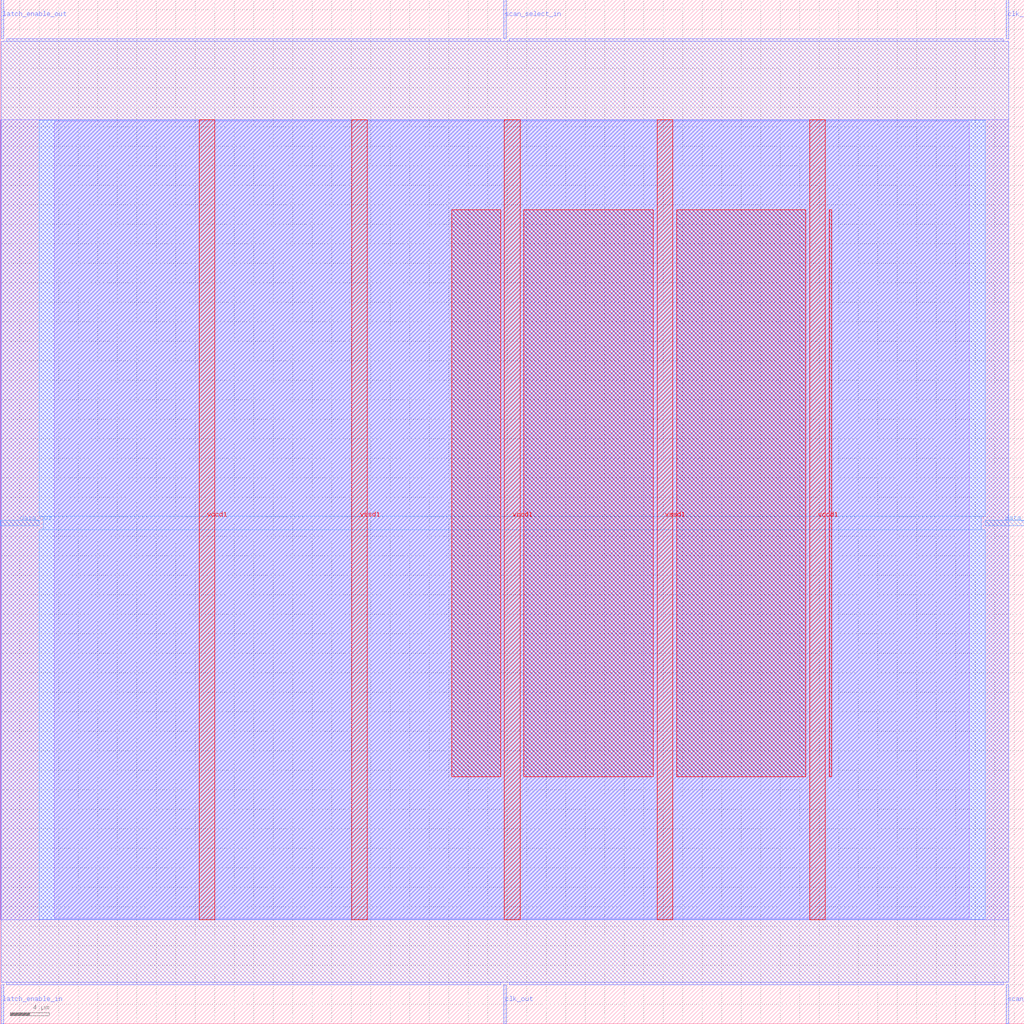
<source format=lef>
VERSION 5.7 ;
  NOWIREEXTENSIONATPIN ON ;
  DIVIDERCHAR "/" ;
  BUSBITCHARS "[]" ;
MACRO scan_wrapper_1f985e14df1ed789231bb6e0189d6e39
  CLASS BLOCK ;
  FOREIGN scan_wrapper_1f985e14df1ed789231bb6e0189d6e39 ;
  ORIGIN 0.000 0.000 ;
  SIZE 105.000 BY 105.000 ;
  PIN clk_in
    DIRECTION INPUT ;
    USE SIGNAL ;
    PORT
      LAYER met2 ;
        RECT 103.130 101.000 103.410 105.000 ;
    END
  END clk_in
  PIN clk_out
    DIRECTION OUTPUT TRISTATE ;
    USE SIGNAL ;
    PORT
      LAYER met2 ;
        RECT 51.610 0.000 51.890 4.000 ;
    END
  END clk_out
  PIN data_in
    DIRECTION INPUT ;
    USE SIGNAL ;
    PORT
      LAYER met3 ;
        RECT 101.000 51.040 105.000 51.640 ;
    END
  END data_in
  PIN data_out
    DIRECTION OUTPUT TRISTATE ;
    USE SIGNAL ;
    PORT
      LAYER met3 ;
        RECT 0.000 51.040 4.000 51.640 ;
    END
  END data_out
  PIN latch_enable_in
    DIRECTION INPUT ;
    USE SIGNAL ;
    PORT
      LAYER met2 ;
        RECT 0.090 0.000 0.370 4.000 ;
    END
  END latch_enable_in
  PIN latch_enable_out
    DIRECTION OUTPUT TRISTATE ;
    USE SIGNAL ;
    PORT
      LAYER met2 ;
        RECT 0.090 101.000 0.370 105.000 ;
    END
  END latch_enable_out
  PIN scan_select_in
    DIRECTION INPUT ;
    USE SIGNAL ;
    PORT
      LAYER met2 ;
        RECT 51.610 101.000 51.890 105.000 ;
    END
  END scan_select_in
  PIN scan_select_out
    DIRECTION OUTPUT TRISTATE ;
    USE SIGNAL ;
    PORT
      LAYER met2 ;
        RECT 103.130 0.000 103.410 4.000 ;
    END
  END scan_select_out
  PIN vccd1
    DIRECTION INPUT ;
    USE POWER ;
    PORT
      LAYER met4 ;
        RECT 20.380 10.640 21.980 92.720 ;
    END
    PORT
      LAYER met4 ;
        RECT 51.700 10.640 53.300 92.720 ;
    END
    PORT
      LAYER met4 ;
        RECT 83.020 10.640 84.620 92.720 ;
    END
  END vccd1
  PIN vssd1
    DIRECTION INPUT ;
    USE GROUND ;
    PORT
      LAYER met4 ;
        RECT 36.040 10.640 37.640 92.720 ;
    END
    PORT
      LAYER met4 ;
        RECT 67.360 10.640 68.960 92.720 ;
    END
  END vssd1
  OBS
      LAYER li1 ;
        RECT 5.520 10.795 99.360 92.565 ;
      LAYER met1 ;
        RECT 0.070 10.640 103.430 92.720 ;
      LAYER met2 ;
        RECT 0.650 100.720 51.330 101.000 ;
        RECT 52.170 100.720 102.850 101.000 ;
        RECT 0.100 4.280 103.400 100.720 ;
        RECT 0.650 4.000 51.330 4.280 ;
        RECT 52.170 4.000 102.850 4.280 ;
      LAYER met3 ;
        RECT 4.000 52.040 101.000 92.645 ;
        RECT 4.400 50.640 100.600 52.040 ;
        RECT 4.000 10.715 101.000 50.640 ;
      LAYER met4 ;
        RECT 46.295 25.335 51.300 83.465 ;
        RECT 53.700 25.335 66.960 83.465 ;
        RECT 69.360 25.335 82.620 83.465 ;
        RECT 85.020 25.335 85.265 83.465 ;
  END
END scan_wrapper_1f985e14df1ed789231bb6e0189d6e39
END LIBRARY


</source>
